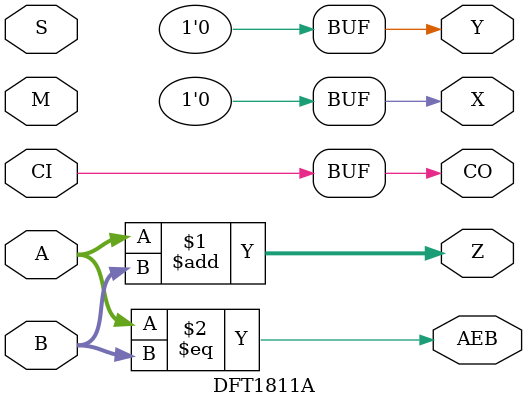
<source format=sv>

module DFT1811A
(
    input [3:0] S,
    input [15:0] A,
    input [15:0] B,
    input        CI,
    input        M,
    output       X,
    output       Y,
    output       CO,
    output [15:0] Z,
    output        AEB
);

// TOOD 
// X,Y => P & G
// AEB => A == B
assign X=0;
assign Y=0;
assign Z=A+B;
assign CO=CI;
assign AEB=A==B;


endmodule
</source>
